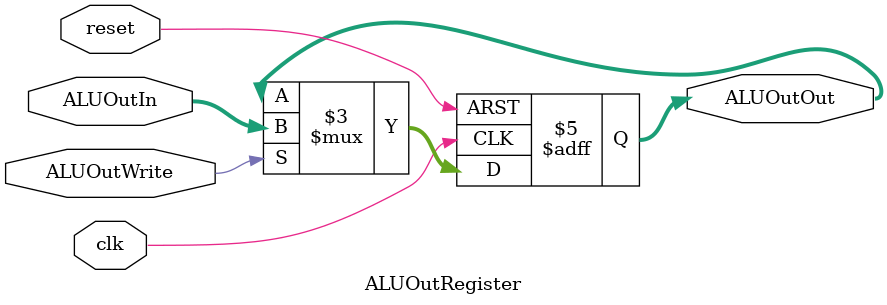
<source format=v>
`timescale 1ns / 1ns



module ALUOutRegister(ALUOutWrite, clk, ALUOutIn, reset, ALUOutOut);

  input ALUOutWrite;
  input clk;
  input signed [15:0] ALUOutIn;
  input reset;
  output reg signed [15:0] ALUOutOut;
  
    
	 
	 	always @(posedge clk, posedge reset) begin
	
		if(reset) begin
			ALUOutOut = 0;
		end else if (ALUOutWrite) begin
			ALUOutOut = ALUOutIn;
		end else begin
			ALUOutOut = ALUOutOut;
		end
	end		





endmodule
</source>
